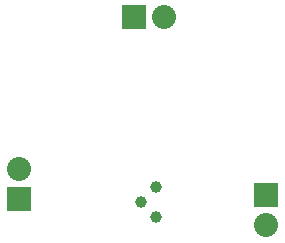
<source format=gbs>
G04 #@! TF.FileFunction,Soldermask,Bot*
%FSLAX46Y46*%
G04 Gerber Fmt 4.6, Leading zero omitted, Abs format (unit mm)*
G04 Created by KiCad (PCBNEW 0.201505220134+5676~23~ubuntu14.04.1-product) date Thu 10 Sep 2015 12:30:41 AM PDT*
%MOMM*%
G01*
G04 APERTURE LIST*
%ADD10C,0.100000*%
%ADD11R,2.032000X2.032000*%
%ADD12O,2.032000X2.032000*%
%ADD13C,1.000760*%
G04 APERTURE END LIST*
D10*
D11*
X158559500Y-109474000D03*
D12*
X158559500Y-106934000D03*
D11*
X168275000Y-94107000D03*
D12*
X170815000Y-94107000D03*
D11*
X179527200Y-109169200D03*
D12*
X179527200Y-111709200D03*
D13*
X168910000Y-109728000D03*
X170180000Y-108458000D03*
X170180000Y-110998000D03*
M02*

</source>
